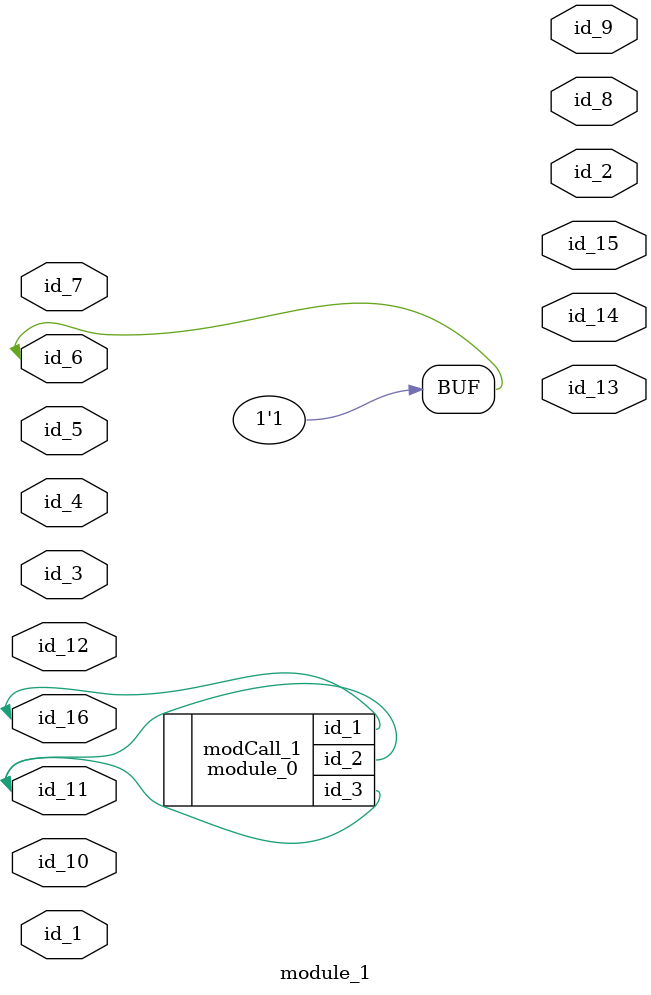
<source format=v>
module module_0 (
    id_1,
    id_2,
    id_3
);
  inout wire id_3;
  inout wire id_2;
  output wire id_1;
  wire id_4;
  wire id_5;
  wire id_6;
endmodule
module module_1 (
    id_1,
    id_2,
    id_3,
    id_4,
    id_5,
    id_6,
    id_7,
    id_8,
    id_9,
    id_10,
    id_11,
    id_12,
    id_13,
    id_14,
    id_15,
    id_16
);
  inout wire id_16;
  output wire id_15;
  output wire id_14;
  output wire id_13;
  input wire id_12;
  inout wire id_11;
  inout wire id_10;
  output wire id_9;
  output wire id_8;
  inout wire id_7;
  inout wire id_6;
  inout wire id_5;
  inout wire id_4;
  input wire id_3;
  output wire id_2;
  inout wire id_1;
  initial begin : LABEL_0
    id_6 <= 1;
  end
  module_0 modCall_1 (
      id_16,
      id_11,
      id_11
  );
endmodule

</source>
